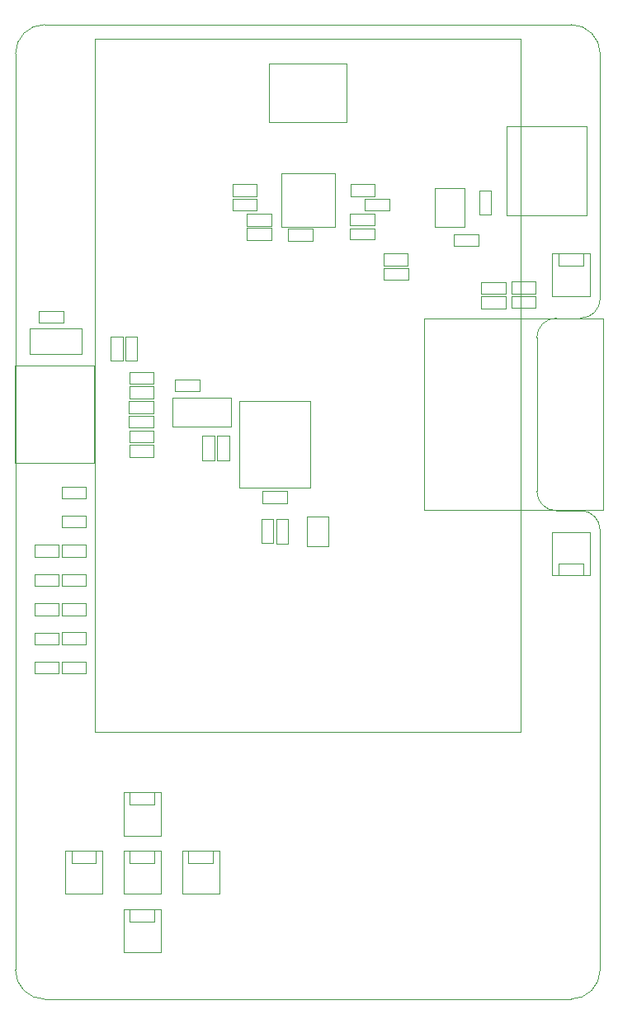
<source format=gm1>
G04*
G04 #@! TF.GenerationSoftware,Altium Limited,Altium Designer,22.10.1 (41)*
G04*
G04 Layer_Color=16711935*
%FSLAX44Y44*%
%MOMM*%
G71*
G04*
G04 #@! TF.SameCoordinates,9034F27D-8993-4B38-BF2F-AE75C4F05548*
G04*
G04*
G04 #@! TF.FilePolarity,Positive*
G04*
G01*
G75*
%ADD11C,0.1000*%
D11*
X535000Y521250D02*
G03*
X555000Y501250I20000J0D01*
G01*
X555000Y698750D02*
G03*
X535000Y678750I0J-20000D01*
G01*
X600000Y481250D02*
G03*
X580000Y501250I-20000J0D01*
G01*
X580000Y698750D02*
G03*
X600000Y718750I0J20000D01*
G01*
X600000Y970000D02*
G03*
X570000Y1000000I-30000J0D01*
G01*
Y0D02*
G03*
X600000Y30000I0J30000D01*
G01*
X30000Y1000000D02*
G03*
X0Y970000I0J-30000D01*
G01*
Y30000D02*
G03*
X30000Y0I30000J0D01*
G01*
X535000Y521250D02*
Y678750D01*
X535000D01*
X555000Y501250D02*
X580000D01*
X555000Y698750D02*
X580000D01*
X600000Y30000D02*
Y481250D01*
X600000D01*
X600000Y718750D02*
Y970000D01*
X0Y30000D02*
Y970000D01*
X30000Y0D02*
X570000D01*
X30000Y1000000D02*
X570000D01*
X535000Y521250D02*
G03*
X555000Y501250I20000J0D01*
G01*
X555000Y698750D02*
G03*
X535000Y678750I0J-20000D01*
G01*
X600000Y481250D02*
G03*
X580000Y501250I-20000J0D01*
G01*
X580000Y698750D02*
G03*
X600000Y718750I0J20000D01*
G01*
X600000Y970000D02*
G03*
X570000Y1000000I-30000J0D01*
G01*
Y0D02*
G03*
X600000Y30000I0J30000D01*
G01*
X30000Y1000000D02*
G03*
X0Y970000I0J-30000D01*
G01*
Y30000D02*
G03*
X30000Y0I30000J0D01*
G01*
X535000Y521250D02*
Y678750D01*
X535000D01*
X555000Y501250D02*
X580000D01*
X555000Y698750D02*
X580000D01*
X600000Y30000D02*
Y481250D01*
X600000D01*
X600000Y718750D02*
Y970000D01*
X0Y30000D02*
Y970000D01*
X30000Y0D02*
X570000D01*
X30000Y1000000D02*
X570000D01*
X47373Y513872D02*
X72500D01*
X47373Y526001D02*
X72500D01*
Y513872D02*
Y526001D01*
X47373Y513872D02*
Y526001D01*
X19310Y453809D02*
Y466001D01*
X44500Y453809D02*
Y466001D01*
X19310D02*
X44500D01*
X19310Y453809D02*
X44500D01*
X19310Y423809D02*
Y436001D01*
X44500Y423809D02*
Y436001D01*
X19310D02*
X44500D01*
X19310Y423809D02*
X44500D01*
X19310Y393809D02*
Y406001D01*
X44500Y393809D02*
Y406001D01*
X19310D02*
X44500D01*
X19310Y393809D02*
X44500D01*
X44691Y333999D02*
Y346191D01*
X19500Y333999D02*
Y346191D01*
Y333999D02*
X44691D01*
X19500Y346191D02*
X44691D01*
Y363999D02*
Y376191D01*
X19500Y363999D02*
Y376191D01*
Y363999D02*
X44691D01*
X19500Y376191D02*
X44691D01*
X419310Y698316D02*
X603000D01*
X419310Y501875D02*
X603000D01*
Y698316D01*
X419310Y501875D02*
Y698316D01*
X488128Y804873D02*
Y830000D01*
X475999Y804873D02*
Y830000D01*
X488128D01*
X475999Y804873D02*
X488128D01*
X343400Y806128D02*
X368527D01*
X343400Y793999D02*
X368527D01*
X343400D02*
Y806128D01*
X368527Y793999D02*
Y806128D01*
X343400Y779500D02*
X368400D01*
X343400Y790500D02*
X368400D01*
Y779500D02*
Y790500D01*
X343400Y779500D02*
Y790500D01*
X378191Y750223D02*
X403127D01*
X378191Y737999D02*
X403127D01*
X378191D02*
Y750223D01*
X403127Y737999D02*
Y750223D01*
X237691Y791223D02*
X262627D01*
X237691Y778999D02*
X262627D01*
X237691D02*
Y791223D01*
X262627Y778999D02*
Y791223D01*
X47373Y453777D02*
Y466001D01*
X72309Y453777D02*
Y466001D01*
X47373D02*
X72309D01*
X47373Y453777D02*
X72309D01*
X47373Y393777D02*
Y406001D01*
X72309Y393777D02*
Y406001D01*
X47373D02*
X72309D01*
X47373Y393777D02*
X72309D01*
X327500Y792500D02*
Y847500D01*
X272500Y792500D02*
Y847500D01*
Y792500D02*
X327500D01*
X272500Y847500D02*
X327500D01*
X260000Y900000D02*
Y960000D01*
X340000Y900000D02*
Y960000D01*
X260000Y900000D02*
X340000D01*
X260000Y960000D02*
X340000D01*
X81500Y274500D02*
X518500D01*
X81500Y985500D02*
X518500D01*
X81500Y274500D02*
Y985500D01*
X518500Y274500D02*
Y985500D01*
X47373Y483777D02*
Y496001D01*
X72309Y483777D02*
Y496001D01*
X47373D02*
X72309D01*
X47373Y483777D02*
X72309D01*
X582627Y434872D02*
Y447001D01*
X557500Y434872D02*
Y447001D01*
X582627D01*
X557500Y434872D02*
X582627D01*
Y752872D02*
Y765001D01*
X557500Y752872D02*
Y765001D01*
X582627D01*
X557500Y752872D02*
X582627D01*
X229750Y525095D02*
X302500D01*
X229750Y614095D02*
X302500D01*
X229750Y525095D02*
Y614095D01*
X302500Y525095D02*
Y614095D01*
X189127Y623999D02*
Y636128D01*
X164000Y623999D02*
Y636128D01*
Y623999D02*
X189127D01*
X164000Y636128D02*
X189127D01*
X299000Y464500D02*
Y495500D01*
X321000Y464500D02*
Y495500D01*
X299000D02*
X321000D01*
X299000Y464500D02*
X321000D01*
X97999Y655000D02*
X110000D01*
X97999Y680000D02*
X110000D01*
X97999Y655000D02*
Y680000D01*
X110000Y655000D02*
Y680000D01*
X279873Y778372D02*
Y790501D01*
X305000Y778372D02*
Y790501D01*
X279873D02*
X305000D01*
X279873Y778372D02*
X305000D01*
X262627Y793499D02*
Y805628D01*
X237500Y793499D02*
Y805628D01*
Y793499D02*
X262627D01*
X237500Y805628D02*
X262627D01*
X449873Y772622D02*
Y784751D01*
X475000Y772622D02*
Y784751D01*
X449873D02*
X475000D01*
X449873Y772622D02*
X475000D01*
X82627Y139872D02*
Y152001D01*
X57500Y139872D02*
Y152001D01*
X82627D01*
X57500Y139872D02*
X82627D01*
X202627D02*
Y152001D01*
X177500Y139872D02*
Y152001D01*
X202627D01*
X177500Y139872D02*
X202627D01*
X142627D02*
Y152001D01*
X117500Y139872D02*
Y152001D01*
X142627D01*
X117500Y139872D02*
X142627D01*
Y199872D02*
Y212001D01*
X117500Y199872D02*
Y212001D01*
X142627D01*
X117500Y199872D02*
X142627D01*
Y79872D02*
Y92001D01*
X117500Y79872D02*
Y92001D01*
X142627D01*
X117500Y79872D02*
X142627D01*
X206999Y552643D02*
X219128D01*
X206999Y577770D02*
X219128D01*
X206999Y552643D02*
Y577770D01*
X219128Y552643D02*
Y577770D01*
X191999Y552643D02*
X204128D01*
X191999Y577770D02*
X204128D01*
X191999Y552643D02*
Y577770D01*
X204128Y552643D02*
Y577770D01*
X533927Y723999D02*
Y736128D01*
X508800Y723999D02*
Y736128D01*
Y723999D02*
X533927D01*
X508800Y736128D02*
X533927D01*
Y708999D02*
Y721128D01*
X508800Y708999D02*
Y721128D01*
Y708999D02*
X533927D01*
X508800Y721128D02*
X533927D01*
X477973Y708872D02*
Y721001D01*
X503100Y708872D02*
Y721001D01*
X477973D02*
X503100D01*
X477973Y708872D02*
X503100D01*
X141877Y571499D02*
Y583628D01*
X116750Y571499D02*
Y583628D01*
Y571499D02*
X141877D01*
X116750Y583628D02*
X141877D01*
Y616499D02*
Y628628D01*
X116750Y616499D02*
Y628628D01*
Y616499D02*
X141877D01*
X116750Y628628D02*
X141877D01*
X253623Y508872D02*
Y521001D01*
X278750Y508872D02*
Y521001D01*
X253623D02*
X278750D01*
X253623Y508872D02*
X278750D01*
X112872Y680127D02*
X125001D01*
X112872Y655000D02*
X125001D01*
Y680127D01*
X112872Y655000D02*
Y680127D01*
X430309Y832190D02*
X460500D01*
X430309Y792000D02*
X460500D01*
Y832190D01*
X430309Y792000D02*
Y832190D01*
X368527Y823999D02*
Y836223D01*
X343591Y823999D02*
Y836223D01*
Y823999D02*
X368527D01*
X343591Y836223D02*
X368527D01*
X247627Y808999D02*
Y821223D01*
X222691Y808999D02*
Y821223D01*
Y808999D02*
X247627D01*
X222691Y821223D02*
X247627D01*
X383527Y808999D02*
Y821223D01*
X358591Y808999D02*
Y821223D01*
Y808999D02*
X383527D01*
X358591Y821223D02*
X383527D01*
X247627Y823999D02*
Y836223D01*
X222691Y823999D02*
Y836223D01*
Y823999D02*
X247627D01*
X222691Y836223D02*
X247627D01*
X377873Y752777D02*
Y765001D01*
X402809Y752777D02*
Y765001D01*
X377873D02*
X402809D01*
X377873Y752777D02*
X402809D01*
X477973Y723777D02*
Y736001D01*
X502910Y723777D02*
Y736001D01*
X477973D02*
X502910D01*
X477973Y723777D02*
X502910D01*
X72627Y333999D02*
Y346223D01*
X47691Y333999D02*
Y346223D01*
Y333999D02*
X72627D01*
X47691Y346223D02*
X72627D01*
X116623Y586277D02*
Y598501D01*
X141559Y586277D02*
Y598501D01*
X116623D02*
X141559D01*
X116623Y586277D02*
X141559D01*
X116623Y601277D02*
Y613501D01*
X141559Y601277D02*
Y613501D01*
X116623D02*
X141559D01*
X116623Y601277D02*
X141559D01*
X141877Y556499D02*
Y568723D01*
X116941Y556499D02*
Y568723D01*
Y556499D02*
X141877D01*
X116941Y568723D02*
X141877D01*
X141627Y631499D02*
Y643723D01*
X116691Y631499D02*
Y643723D01*
Y631499D02*
X141627D01*
X116691Y643723D02*
X141627D01*
X24173Y693777D02*
Y706001D01*
X49110Y693777D02*
Y706001D01*
X24173D02*
X49110D01*
X24173Y693777D02*
X49110D01*
X72627Y363999D02*
Y376223D01*
X47691Y363999D02*
Y376223D01*
Y363999D02*
X72627D01*
X47691Y376223D02*
X72627D01*
X47373Y423777D02*
Y436001D01*
X72309Y423777D02*
Y436001D01*
X47373D02*
X72309D01*
X47373Y423777D02*
X72309D01*
X252527Y492627D02*
X264751D01*
X252527Y467691D02*
X264751D01*
Y492627D01*
X252527Y467691D02*
Y492627D01*
X267749Y467373D02*
X279973D01*
X267749Y492309D02*
X279973D01*
X267749Y467373D02*
Y492309D01*
X279973Y467373D02*
Y492309D01*
X-225Y650127D02*
X80775D01*
X-225Y550000D02*
X80775D01*
Y650127D01*
X-225Y550000D02*
Y650127D01*
X504000Y804000D02*
X586000D01*
X504000Y896000D02*
X586000D01*
X504000Y804000D02*
Y896000D01*
X586000Y804000D02*
Y896000D01*
X161000Y617500D02*
X221000D01*
X161000Y587500D02*
X221000D01*
Y617500D01*
X161000Y587500D02*
Y617500D01*
X551000Y720873D02*
X589127D01*
X551000Y765000D02*
X589127D01*
X551000Y720873D02*
Y765000D01*
X589127Y720873D02*
Y765000D01*
X551000Y434873D02*
X589127D01*
X551000Y479000D02*
X589127D01*
X551000Y434873D02*
Y479000D01*
X589127Y434873D02*
Y479000D01*
X51000Y107873D02*
X89127D01*
X51000Y152000D02*
X89127D01*
X51000Y107873D02*
Y152000D01*
X89127Y107873D02*
Y152000D01*
X171000Y107873D02*
X209127D01*
X171000Y152000D02*
X209127D01*
X171000Y107873D02*
Y152000D01*
X209127Y107873D02*
Y152000D01*
X111000Y107873D02*
X149127D01*
X111000Y152000D02*
X149127D01*
X111000Y107873D02*
Y152000D01*
X149127Y107873D02*
Y152000D01*
X111000Y167873D02*
X149127D01*
X111000Y212000D02*
X149127D01*
X111000Y167873D02*
Y212000D01*
X149127Y167873D02*
Y212000D01*
X111000Y47873D02*
X149127D01*
X111000Y92000D02*
X149127D01*
X111000Y47873D02*
Y92000D01*
X149127Y47873D02*
Y92000D01*
X14750Y688250D02*
X68375D01*
X14750Y661750D02*
X68375D01*
Y688250D01*
X14750Y661750D02*
Y688250D01*
M02*

</source>
